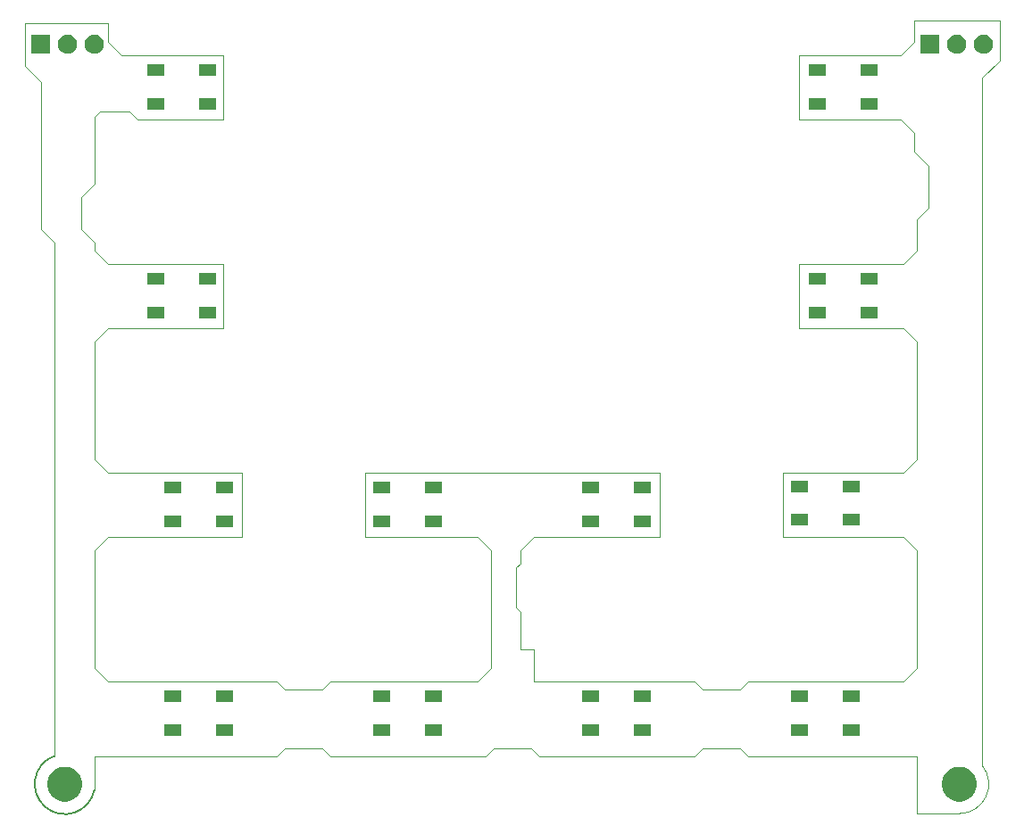
<source format=gbr>
G04 #@! TF.GenerationSoftware,KiCad,Pcbnew,(5.1.5)-3*
G04 #@! TF.CreationDate,2020-06-30T23:52:35-07:00*
G04 #@! TF.ProjectId,daughter,64617567-6874-4657-922e-6b696361645f,rev?*
G04 #@! TF.SameCoordinates,Original*
G04 #@! TF.FileFunction,Soldermask,Top*
G04 #@! TF.FilePolarity,Negative*
%FSLAX46Y46*%
G04 Gerber Fmt 4.6, Leading zero omitted, Abs format (unit mm)*
G04 Created by KiCad (PCBNEW (5.1.5)-3) date 2020-06-30 23:52:35*
%MOMM*%
%LPD*%
G04 APERTURE LIST*
%ADD10C,0.050000*%
%ADD11C,0.120000*%
%ADD12C,0.150000*%
%ADD13C,0.100000*%
G04 APERTURE END LIST*
D10*
X143510000Y-186690000D02*
X159512000Y-186690000D01*
X139192000Y-185928000D02*
X138430000Y-186690000D01*
X142748000Y-185928000D02*
X139192000Y-185928000D01*
X143510000Y-186690000D02*
X142748000Y-185928000D01*
X74930000Y-121158000D02*
X74930000Y-117094000D01*
X76454000Y-122682000D02*
X74930000Y-121158000D01*
X76454000Y-136652000D02*
X76454000Y-122682000D01*
X77724000Y-137922000D02*
X76454000Y-136652000D01*
X77724000Y-137922000D02*
X77724001Y-186690001D01*
X81534000Y-186690000D02*
X81536221Y-189928213D01*
X98806000Y-186690000D02*
X81534000Y-186690000D01*
X99568000Y-185928000D02*
X98806000Y-186690000D01*
X103124000Y-185928000D02*
X99568000Y-185928000D01*
X103886000Y-186690000D02*
X103124000Y-185928000D01*
X118618000Y-186690000D02*
X103886000Y-186690000D01*
X119380000Y-185928000D02*
X118618000Y-186690000D01*
X122936000Y-185928000D02*
X119380000Y-185928000D01*
X123698000Y-186690000D02*
X122936000Y-185928000D01*
X138430000Y-186690000D02*
X123698000Y-186690000D01*
X159512000Y-192151000D02*
X159512000Y-186690000D01*
X159512000Y-192151000D02*
X163576000Y-192151000D01*
X165735000Y-122301000D02*
X165735000Y-187579000D01*
X167386000Y-120650000D02*
X165735000Y-122301000D01*
X167386000Y-116840000D02*
X167386000Y-120650000D01*
X159258000Y-116840000D02*
X167386000Y-116840000D01*
X159258000Y-118872000D02*
X159258000Y-116840000D01*
X157988000Y-120142000D02*
X159258000Y-118872000D01*
X148336000Y-120142000D02*
X157988000Y-120142000D01*
X148336000Y-126238000D02*
X148336000Y-120142000D01*
X157988000Y-126238000D02*
X148336000Y-126238000D01*
X159258000Y-127508000D02*
X157988000Y-126238000D01*
X159258000Y-129286000D02*
X159258000Y-127508000D01*
X160655000Y-130683000D02*
X159258000Y-129286000D01*
X160655000Y-134620000D02*
X160655000Y-130683000D01*
X159512000Y-135763000D02*
X160655000Y-134620000D01*
X159512000Y-138684000D02*
X159512000Y-135763000D01*
X158242000Y-139954000D02*
X159512000Y-138684000D01*
X148336000Y-139954000D02*
X158242000Y-139954000D01*
X148336000Y-146050000D02*
X148336000Y-139954000D01*
X158242000Y-146050000D02*
X148336000Y-146050000D01*
X159512000Y-147320000D02*
X158242000Y-146050000D01*
X159512000Y-158496000D02*
X159512000Y-147320000D01*
X158242000Y-159766000D02*
X159512000Y-158496000D01*
X146812000Y-159766000D02*
X158242000Y-159766000D01*
X146812000Y-165862000D02*
X146812000Y-159766000D01*
X158242000Y-165862000D02*
X146812000Y-165862000D01*
X159512000Y-167132000D02*
X158242000Y-165862000D01*
X159512000Y-178308000D02*
X159512000Y-167132000D01*
X158242000Y-179578000D02*
X159512000Y-178308000D01*
X143510000Y-179578000D02*
X158242000Y-179578000D01*
X142748000Y-180340000D02*
X143510000Y-179578000D01*
X139192000Y-180340000D02*
X142748000Y-180340000D01*
X138430000Y-179578000D02*
X139192000Y-180340000D01*
X123190000Y-179578000D02*
X138430000Y-179578000D01*
X123190000Y-176530000D02*
X123190000Y-179578000D01*
X121920000Y-176530000D02*
X123190000Y-176530000D01*
X121920000Y-172974000D02*
X121920000Y-176530000D01*
X121539000Y-172593000D02*
X121920000Y-172974000D01*
X121539000Y-168783000D02*
X121539000Y-172593000D01*
X121920000Y-168402000D02*
X121539000Y-168783000D01*
X121920000Y-167132000D02*
X121920000Y-168402000D01*
X123190000Y-165862000D02*
X121920000Y-167132000D01*
X135128000Y-165862000D02*
X123190000Y-165862000D01*
X135128000Y-159766000D02*
X135128000Y-165862000D01*
X107188000Y-159766000D02*
X135128000Y-159766000D01*
X107188000Y-165862000D02*
X107188000Y-159766000D01*
X117856000Y-165862000D02*
X107188000Y-165862000D01*
X119126000Y-167132000D02*
X117856000Y-165862000D01*
X119126000Y-178308000D02*
X119126000Y-167132000D01*
X117856000Y-179578000D02*
X119126000Y-178308000D01*
X103886000Y-179578000D02*
X117856000Y-179578000D01*
X103124000Y-180340000D02*
X103886000Y-179578000D01*
X99568000Y-180340000D02*
X103124000Y-180340000D01*
X98806000Y-179578000D02*
X99568000Y-180340000D01*
X82804000Y-179578000D02*
X98806000Y-179578000D01*
X81534000Y-178308000D02*
X82804000Y-179578000D01*
X81534000Y-167132000D02*
X81534000Y-178308000D01*
X82804000Y-165862000D02*
X81534000Y-167132000D01*
X95504000Y-165862000D02*
X82804000Y-165862000D01*
X95504000Y-159766000D02*
X95504000Y-165862000D01*
X82804000Y-159766000D02*
X95504000Y-159766000D01*
X81534000Y-158496000D02*
X82804000Y-159766000D01*
X81534000Y-147320000D02*
X81534000Y-158496000D01*
X82804000Y-146050000D02*
X81534000Y-147320000D01*
X93726000Y-146050000D02*
X82804000Y-146050000D01*
X93726000Y-139954000D02*
X93726000Y-146050000D01*
X82804000Y-139954000D02*
X93726000Y-139954000D01*
X81534000Y-138684000D02*
X82804000Y-139954000D01*
X81534000Y-137922000D02*
X81534000Y-138684000D01*
X80264000Y-136652000D02*
X81534000Y-137922000D01*
X80264000Y-133604000D02*
X80264000Y-136652000D01*
X81534000Y-132334000D02*
X80264000Y-133604000D01*
X81534000Y-125984000D02*
X81534000Y-132334000D01*
X82042000Y-125476000D02*
X81534000Y-125984000D01*
X84836000Y-125476000D02*
X82042000Y-125476000D01*
X85598000Y-126238000D02*
X84836000Y-125476000D01*
X93726000Y-126238000D02*
X85598000Y-126238000D01*
X93726000Y-120142000D02*
X93726000Y-126238000D01*
X84074000Y-120142000D02*
X93726000Y-120142000D01*
X82804000Y-118872000D02*
X84074000Y-120142000D01*
X82804000Y-117094000D02*
X82804000Y-118872000D01*
X74930000Y-117094000D02*
X82804000Y-117094000D01*
D11*
X165731919Y-187579797D02*
G75*
G02X163576000Y-192151000I-2155919J-1777203D01*
G01*
D12*
X81536221Y-189928213D02*
G75*
G02X77724001Y-186690001I-2796221J571213D01*
G01*
D13*
G36*
X163951256Y-187748298D02*
G01*
X164057579Y-187769447D01*
X164358042Y-187893903D01*
X164628451Y-188074585D01*
X164858415Y-188304549D01*
X165039097Y-188574958D01*
X165163553Y-188875421D01*
X165227000Y-189194391D01*
X165227000Y-189519609D01*
X165163553Y-189838579D01*
X165039097Y-190139042D01*
X164858415Y-190409451D01*
X164628451Y-190639415D01*
X164358042Y-190820097D01*
X164057579Y-190944553D01*
X163951256Y-190965702D01*
X163738611Y-191008000D01*
X163413389Y-191008000D01*
X163200744Y-190965702D01*
X163094421Y-190944553D01*
X162793958Y-190820097D01*
X162523549Y-190639415D01*
X162293585Y-190409451D01*
X162112903Y-190139042D01*
X161988447Y-189838579D01*
X161925000Y-189519609D01*
X161925000Y-189194391D01*
X161988447Y-188875421D01*
X162112903Y-188574958D01*
X162293585Y-188304549D01*
X162523549Y-188074585D01*
X162793958Y-187893903D01*
X163094421Y-187769447D01*
X163200744Y-187748298D01*
X163413389Y-187706000D01*
X163738611Y-187706000D01*
X163951256Y-187748298D01*
G37*
G36*
X79115256Y-187748298D02*
G01*
X79221579Y-187769447D01*
X79522042Y-187893903D01*
X79792451Y-188074585D01*
X80022415Y-188304549D01*
X80203097Y-188574958D01*
X80327553Y-188875421D01*
X80391000Y-189194391D01*
X80391000Y-189519609D01*
X80327553Y-189838579D01*
X80203097Y-190139042D01*
X80022415Y-190409451D01*
X79792451Y-190639415D01*
X79522042Y-190820097D01*
X79221579Y-190944553D01*
X79115256Y-190965702D01*
X78902611Y-191008000D01*
X78577389Y-191008000D01*
X78364744Y-190965702D01*
X78258421Y-190944553D01*
X77957958Y-190820097D01*
X77687549Y-190639415D01*
X77457585Y-190409451D01*
X77276903Y-190139042D01*
X77152447Y-189838579D01*
X77089000Y-189519609D01*
X77089000Y-189194391D01*
X77152447Y-188875421D01*
X77276903Y-188574958D01*
X77457585Y-188304549D01*
X77687549Y-188074585D01*
X77957958Y-187893903D01*
X78258421Y-187769447D01*
X78364744Y-187748298D01*
X78577389Y-187706000D01*
X78902611Y-187706000D01*
X79115256Y-187748298D01*
G37*
G36*
X149227000Y-184777000D02*
G01*
X147625000Y-184777000D01*
X147625000Y-183675000D01*
X149227000Y-183675000D01*
X149227000Y-184777000D01*
G37*
G36*
X154127000Y-184777000D02*
G01*
X152525000Y-184777000D01*
X152525000Y-183675000D01*
X154127000Y-183675000D01*
X154127000Y-184777000D01*
G37*
G36*
X114503000Y-184777000D02*
G01*
X112901000Y-184777000D01*
X112901000Y-183675000D01*
X114503000Y-183675000D01*
X114503000Y-184777000D01*
G37*
G36*
X109603000Y-184777000D02*
G01*
X108001000Y-184777000D01*
X108001000Y-183675000D01*
X109603000Y-183675000D01*
X109603000Y-184777000D01*
G37*
G36*
X129415000Y-184777000D02*
G01*
X127813000Y-184777000D01*
X127813000Y-183675000D01*
X129415000Y-183675000D01*
X129415000Y-184777000D01*
G37*
G36*
X89791000Y-184777000D02*
G01*
X88189000Y-184777000D01*
X88189000Y-183675000D01*
X89791000Y-183675000D01*
X89791000Y-184777000D01*
G37*
G36*
X94691000Y-184777000D02*
G01*
X93089000Y-184777000D01*
X93089000Y-183675000D01*
X94691000Y-183675000D01*
X94691000Y-184777000D01*
G37*
G36*
X134315000Y-184777000D02*
G01*
X132713000Y-184777000D01*
X132713000Y-183675000D01*
X134315000Y-183675000D01*
X134315000Y-184777000D01*
G37*
G36*
X154127000Y-181577000D02*
G01*
X152525000Y-181577000D01*
X152525000Y-180475000D01*
X154127000Y-180475000D01*
X154127000Y-181577000D01*
G37*
G36*
X114503000Y-181577000D02*
G01*
X112901000Y-181577000D01*
X112901000Y-180475000D01*
X114503000Y-180475000D01*
X114503000Y-181577000D01*
G37*
G36*
X89791000Y-181577000D02*
G01*
X88189000Y-181577000D01*
X88189000Y-180475000D01*
X89791000Y-180475000D01*
X89791000Y-181577000D01*
G37*
G36*
X94691000Y-181577000D02*
G01*
X93089000Y-181577000D01*
X93089000Y-180475000D01*
X94691000Y-180475000D01*
X94691000Y-181577000D01*
G37*
G36*
X149227000Y-181577000D02*
G01*
X147625000Y-181577000D01*
X147625000Y-180475000D01*
X149227000Y-180475000D01*
X149227000Y-181577000D01*
G37*
G36*
X134315000Y-181577000D02*
G01*
X132713000Y-181577000D01*
X132713000Y-180475000D01*
X134315000Y-180475000D01*
X134315000Y-181577000D01*
G37*
G36*
X129415000Y-181577000D02*
G01*
X127813000Y-181577000D01*
X127813000Y-180475000D01*
X129415000Y-180475000D01*
X129415000Y-181577000D01*
G37*
G36*
X109603000Y-181577000D02*
G01*
X108001000Y-181577000D01*
X108001000Y-180475000D01*
X109603000Y-180475000D01*
X109603000Y-181577000D01*
G37*
G36*
X129415000Y-164965000D02*
G01*
X127813000Y-164965000D01*
X127813000Y-163863000D01*
X129415000Y-163863000D01*
X129415000Y-164965000D01*
G37*
G36*
X134315000Y-164965000D02*
G01*
X132713000Y-164965000D01*
X132713000Y-163863000D01*
X134315000Y-163863000D01*
X134315000Y-164965000D01*
G37*
G36*
X109603000Y-164965000D02*
G01*
X108001000Y-164965000D01*
X108001000Y-163863000D01*
X109603000Y-163863000D01*
X109603000Y-164965000D01*
G37*
G36*
X114503000Y-164965000D02*
G01*
X112901000Y-164965000D01*
X112901000Y-163863000D01*
X114503000Y-163863000D01*
X114503000Y-164965000D01*
G37*
G36*
X94691000Y-164965000D02*
G01*
X93089000Y-164965000D01*
X93089000Y-163863000D01*
X94691000Y-163863000D01*
X94691000Y-164965000D01*
G37*
G36*
X89791000Y-164965000D02*
G01*
X88189000Y-164965000D01*
X88189000Y-163863000D01*
X89791000Y-163863000D01*
X89791000Y-164965000D01*
G37*
G36*
X149227000Y-164838000D02*
G01*
X147625000Y-164838000D01*
X147625000Y-163736000D01*
X149227000Y-163736000D01*
X149227000Y-164838000D01*
G37*
G36*
X154127000Y-164838000D02*
G01*
X152525000Y-164838000D01*
X152525000Y-163736000D01*
X154127000Y-163736000D01*
X154127000Y-164838000D01*
G37*
G36*
X114503000Y-161765000D02*
G01*
X112901000Y-161765000D01*
X112901000Y-160663000D01*
X114503000Y-160663000D01*
X114503000Y-161765000D01*
G37*
G36*
X89791000Y-161765000D02*
G01*
X88189000Y-161765000D01*
X88189000Y-160663000D01*
X89791000Y-160663000D01*
X89791000Y-161765000D01*
G37*
G36*
X129415000Y-161765000D02*
G01*
X127813000Y-161765000D01*
X127813000Y-160663000D01*
X129415000Y-160663000D01*
X129415000Y-161765000D01*
G37*
G36*
X109603000Y-161765000D02*
G01*
X108001000Y-161765000D01*
X108001000Y-160663000D01*
X109603000Y-160663000D01*
X109603000Y-161765000D01*
G37*
G36*
X134315000Y-161765000D02*
G01*
X132713000Y-161765000D01*
X132713000Y-160663000D01*
X134315000Y-160663000D01*
X134315000Y-161765000D01*
G37*
G36*
X94691000Y-161765000D02*
G01*
X93089000Y-161765000D01*
X93089000Y-160663000D01*
X94691000Y-160663000D01*
X94691000Y-161765000D01*
G37*
G36*
X149227000Y-161638000D02*
G01*
X147625000Y-161638000D01*
X147625000Y-160536000D01*
X149227000Y-160536000D01*
X149227000Y-161638000D01*
G37*
G36*
X154127000Y-161638000D02*
G01*
X152525000Y-161638000D01*
X152525000Y-160536000D01*
X154127000Y-160536000D01*
X154127000Y-161638000D01*
G37*
G36*
X88140000Y-145153000D02*
G01*
X86538000Y-145153000D01*
X86538000Y-144051000D01*
X88140000Y-144051000D01*
X88140000Y-145153000D01*
G37*
G36*
X93040000Y-145153000D02*
G01*
X91438000Y-145153000D01*
X91438000Y-144051000D01*
X93040000Y-144051000D01*
X93040000Y-145153000D01*
G37*
G36*
X155778000Y-145153000D02*
G01*
X154176000Y-145153000D01*
X154176000Y-144051000D01*
X155778000Y-144051000D01*
X155778000Y-145153000D01*
G37*
G36*
X150878000Y-145153000D02*
G01*
X149276000Y-145153000D01*
X149276000Y-144051000D01*
X150878000Y-144051000D01*
X150878000Y-145153000D01*
G37*
G36*
X150878000Y-141953000D02*
G01*
X149276000Y-141953000D01*
X149276000Y-140851000D01*
X150878000Y-140851000D01*
X150878000Y-141953000D01*
G37*
G36*
X88140000Y-141953000D02*
G01*
X86538000Y-141953000D01*
X86538000Y-140851000D01*
X88140000Y-140851000D01*
X88140000Y-141953000D01*
G37*
G36*
X93040000Y-141953000D02*
G01*
X91438000Y-141953000D01*
X91438000Y-140851000D01*
X93040000Y-140851000D01*
X93040000Y-141953000D01*
G37*
G36*
X155778000Y-141953000D02*
G01*
X154176000Y-141953000D01*
X154176000Y-140851000D01*
X155778000Y-140851000D01*
X155778000Y-141953000D01*
G37*
G36*
X155778000Y-125341000D02*
G01*
X154176000Y-125341000D01*
X154176000Y-124239000D01*
X155778000Y-124239000D01*
X155778000Y-125341000D01*
G37*
G36*
X93040000Y-125341000D02*
G01*
X91438000Y-125341000D01*
X91438000Y-124239000D01*
X93040000Y-124239000D01*
X93040000Y-125341000D01*
G37*
G36*
X88140000Y-125341000D02*
G01*
X86538000Y-125341000D01*
X86538000Y-124239000D01*
X88140000Y-124239000D01*
X88140000Y-125341000D01*
G37*
G36*
X150878000Y-125341000D02*
G01*
X149276000Y-125341000D01*
X149276000Y-124239000D01*
X150878000Y-124239000D01*
X150878000Y-125341000D01*
G37*
G36*
X88140000Y-122141000D02*
G01*
X86538000Y-122141000D01*
X86538000Y-121039000D01*
X88140000Y-121039000D01*
X88140000Y-122141000D01*
G37*
G36*
X155778000Y-122141000D02*
G01*
X154176000Y-122141000D01*
X154176000Y-121039000D01*
X155778000Y-121039000D01*
X155778000Y-122141000D01*
G37*
G36*
X150878000Y-122141000D02*
G01*
X149276000Y-122141000D01*
X149276000Y-121039000D01*
X150878000Y-121039000D01*
X150878000Y-122141000D01*
G37*
G36*
X93040000Y-122141000D02*
G01*
X91438000Y-122141000D01*
X91438000Y-121039000D01*
X93040000Y-121039000D01*
X93040000Y-122141000D01*
G37*
G36*
X163435512Y-118229927D02*
G01*
X163584812Y-118259624D01*
X163748784Y-118327544D01*
X163896354Y-118426147D01*
X164021853Y-118551646D01*
X164120456Y-118699216D01*
X164188376Y-118863188D01*
X164223000Y-119037259D01*
X164223000Y-119214741D01*
X164188376Y-119388812D01*
X164120456Y-119552784D01*
X164021853Y-119700354D01*
X163896354Y-119825853D01*
X163748784Y-119924456D01*
X163584812Y-119992376D01*
X163435512Y-120022073D01*
X163410742Y-120027000D01*
X163233258Y-120027000D01*
X163208488Y-120022073D01*
X163059188Y-119992376D01*
X162895216Y-119924456D01*
X162747646Y-119825853D01*
X162622147Y-119700354D01*
X162523544Y-119552784D01*
X162455624Y-119388812D01*
X162421000Y-119214741D01*
X162421000Y-119037259D01*
X162455624Y-118863188D01*
X162523544Y-118699216D01*
X162622147Y-118551646D01*
X162747646Y-118426147D01*
X162895216Y-118327544D01*
X163059188Y-118259624D01*
X163208488Y-118229927D01*
X163233258Y-118225000D01*
X163410742Y-118225000D01*
X163435512Y-118229927D01*
G37*
G36*
X165975512Y-118229927D02*
G01*
X166124812Y-118259624D01*
X166288784Y-118327544D01*
X166436354Y-118426147D01*
X166561853Y-118551646D01*
X166660456Y-118699216D01*
X166728376Y-118863188D01*
X166763000Y-119037259D01*
X166763000Y-119214741D01*
X166728376Y-119388812D01*
X166660456Y-119552784D01*
X166561853Y-119700354D01*
X166436354Y-119825853D01*
X166288784Y-119924456D01*
X166124812Y-119992376D01*
X165975512Y-120022073D01*
X165950742Y-120027000D01*
X165773258Y-120027000D01*
X165748488Y-120022073D01*
X165599188Y-119992376D01*
X165435216Y-119924456D01*
X165287646Y-119825853D01*
X165162147Y-119700354D01*
X165063544Y-119552784D01*
X164995624Y-119388812D01*
X164961000Y-119214741D01*
X164961000Y-119037259D01*
X164995624Y-118863188D01*
X165063544Y-118699216D01*
X165162147Y-118551646D01*
X165287646Y-118426147D01*
X165435216Y-118327544D01*
X165599188Y-118259624D01*
X165748488Y-118229927D01*
X165773258Y-118225000D01*
X165950742Y-118225000D01*
X165975512Y-118229927D01*
G37*
G36*
X161683000Y-120027000D02*
G01*
X159881000Y-120027000D01*
X159881000Y-118225000D01*
X161683000Y-118225000D01*
X161683000Y-120027000D01*
G37*
G36*
X81647512Y-118229927D02*
G01*
X81796812Y-118259624D01*
X81960784Y-118327544D01*
X82108354Y-118426147D01*
X82233853Y-118551646D01*
X82332456Y-118699216D01*
X82400376Y-118863188D01*
X82435000Y-119037259D01*
X82435000Y-119214741D01*
X82400376Y-119388812D01*
X82332456Y-119552784D01*
X82233853Y-119700354D01*
X82108354Y-119825853D01*
X81960784Y-119924456D01*
X81796812Y-119992376D01*
X81647512Y-120022073D01*
X81622742Y-120027000D01*
X81445258Y-120027000D01*
X81420488Y-120022073D01*
X81271188Y-119992376D01*
X81107216Y-119924456D01*
X80959646Y-119825853D01*
X80834147Y-119700354D01*
X80735544Y-119552784D01*
X80667624Y-119388812D01*
X80633000Y-119214741D01*
X80633000Y-119037259D01*
X80667624Y-118863188D01*
X80735544Y-118699216D01*
X80834147Y-118551646D01*
X80959646Y-118426147D01*
X81107216Y-118327544D01*
X81271188Y-118259624D01*
X81420488Y-118229927D01*
X81445258Y-118225000D01*
X81622742Y-118225000D01*
X81647512Y-118229927D01*
G37*
G36*
X79107512Y-118229927D02*
G01*
X79256812Y-118259624D01*
X79420784Y-118327544D01*
X79568354Y-118426147D01*
X79693853Y-118551646D01*
X79792456Y-118699216D01*
X79860376Y-118863188D01*
X79895000Y-119037259D01*
X79895000Y-119214741D01*
X79860376Y-119388812D01*
X79792456Y-119552784D01*
X79693853Y-119700354D01*
X79568354Y-119825853D01*
X79420784Y-119924456D01*
X79256812Y-119992376D01*
X79107512Y-120022073D01*
X79082742Y-120027000D01*
X78905258Y-120027000D01*
X78880488Y-120022073D01*
X78731188Y-119992376D01*
X78567216Y-119924456D01*
X78419646Y-119825853D01*
X78294147Y-119700354D01*
X78195544Y-119552784D01*
X78127624Y-119388812D01*
X78093000Y-119214741D01*
X78093000Y-119037259D01*
X78127624Y-118863188D01*
X78195544Y-118699216D01*
X78294147Y-118551646D01*
X78419646Y-118426147D01*
X78567216Y-118327544D01*
X78731188Y-118259624D01*
X78880488Y-118229927D01*
X78905258Y-118225000D01*
X79082742Y-118225000D01*
X79107512Y-118229927D01*
G37*
G36*
X77355000Y-120027000D02*
G01*
X75553000Y-120027000D01*
X75553000Y-118225000D01*
X77355000Y-118225000D01*
X77355000Y-120027000D01*
G37*
M02*

</source>
